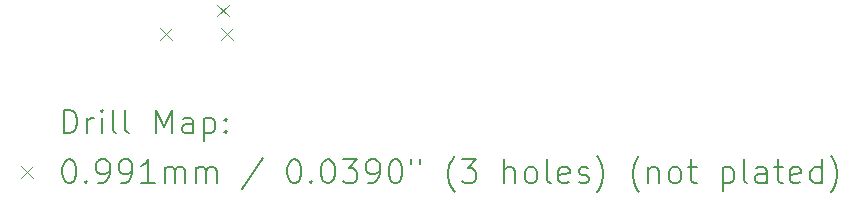
<source format=gbr>
%TF.GenerationSoftware,KiCad,Pcbnew,7.0.8*%
%TF.CreationDate,2023-11-08T16:13:45-05:00*%
%TF.ProjectId,lemon-pepper,6c656d6f-6e2d-4706-9570-7065722e6b69,rev?*%
%TF.SameCoordinates,PX8b85c60PY52f2218*%
%TF.FileFunction,Drillmap*%
%TF.FilePolarity,Positive*%
%FSLAX45Y45*%
G04 Gerber Fmt 4.5, Leading zero omitted, Abs format (unit mm)*
G04 Created by KiCad (PCBNEW 7.0.8) date 2023-11-08 16:13:45*
%MOMM*%
%LPD*%
G01*
G04 APERTURE LIST*
%ADD10C,0.200000*%
%ADD11C,0.099060*%
G04 APERTURE END LIST*
D10*
D11*
X-1021363Y-1518935D02*
X-922303Y-1617995D01*
X-922303Y-1518935D02*
X-1021363Y-1617995D01*
X-542083Y-1322271D02*
X-443023Y-1421331D01*
X-443023Y-1322271D02*
X-542083Y-1421331D01*
X-503310Y-1521738D02*
X-404250Y-1620798D01*
X-404250Y-1521738D02*
X-503310Y-1620798D01*
D10*
X-1840023Y-2412284D02*
X-1840023Y-2212284D01*
X-1840023Y-2212284D02*
X-1792404Y-2212284D01*
X-1792404Y-2212284D02*
X-1763833Y-2221808D01*
X-1763833Y-2221808D02*
X-1744785Y-2240855D01*
X-1744785Y-2240855D02*
X-1735261Y-2259903D01*
X-1735261Y-2259903D02*
X-1725737Y-2297998D01*
X-1725737Y-2297998D02*
X-1725737Y-2326570D01*
X-1725737Y-2326570D02*
X-1735261Y-2364665D01*
X-1735261Y-2364665D02*
X-1744785Y-2383712D01*
X-1744785Y-2383712D02*
X-1763833Y-2402760D01*
X-1763833Y-2402760D02*
X-1792404Y-2412284D01*
X-1792404Y-2412284D02*
X-1840023Y-2412284D01*
X-1640023Y-2412284D02*
X-1640023Y-2278950D01*
X-1640023Y-2317046D02*
X-1630499Y-2297998D01*
X-1630499Y-2297998D02*
X-1620976Y-2288474D01*
X-1620976Y-2288474D02*
X-1601928Y-2278950D01*
X-1601928Y-2278950D02*
X-1582880Y-2278950D01*
X-1516214Y-2412284D02*
X-1516214Y-2278950D01*
X-1516214Y-2212284D02*
X-1525737Y-2221808D01*
X-1525737Y-2221808D02*
X-1516214Y-2231331D01*
X-1516214Y-2231331D02*
X-1506690Y-2221808D01*
X-1506690Y-2221808D02*
X-1516214Y-2212284D01*
X-1516214Y-2212284D02*
X-1516214Y-2231331D01*
X-1392404Y-2412284D02*
X-1411452Y-2402760D01*
X-1411452Y-2402760D02*
X-1420976Y-2383712D01*
X-1420976Y-2383712D02*
X-1420976Y-2212284D01*
X-1287642Y-2412284D02*
X-1306690Y-2402760D01*
X-1306690Y-2402760D02*
X-1316214Y-2383712D01*
X-1316214Y-2383712D02*
X-1316214Y-2212284D01*
X-1059071Y-2412284D02*
X-1059071Y-2212284D01*
X-1059071Y-2212284D02*
X-992404Y-2355141D01*
X-992404Y-2355141D02*
X-925737Y-2212284D01*
X-925737Y-2212284D02*
X-925737Y-2412284D01*
X-744785Y-2412284D02*
X-744785Y-2307522D01*
X-744785Y-2307522D02*
X-754309Y-2288474D01*
X-754309Y-2288474D02*
X-773356Y-2278950D01*
X-773356Y-2278950D02*
X-811452Y-2278950D01*
X-811452Y-2278950D02*
X-830499Y-2288474D01*
X-744785Y-2402760D02*
X-763833Y-2412284D01*
X-763833Y-2412284D02*
X-811452Y-2412284D01*
X-811452Y-2412284D02*
X-830499Y-2402760D01*
X-830499Y-2402760D02*
X-840023Y-2383712D01*
X-840023Y-2383712D02*
X-840023Y-2364665D01*
X-840023Y-2364665D02*
X-830499Y-2345617D01*
X-830499Y-2345617D02*
X-811452Y-2336093D01*
X-811452Y-2336093D02*
X-763833Y-2336093D01*
X-763833Y-2336093D02*
X-744785Y-2326570D01*
X-649547Y-2278950D02*
X-649547Y-2478950D01*
X-649547Y-2288474D02*
X-630499Y-2278950D01*
X-630499Y-2278950D02*
X-592404Y-2278950D01*
X-592404Y-2278950D02*
X-573357Y-2288474D01*
X-573357Y-2288474D02*
X-563833Y-2297998D01*
X-563833Y-2297998D02*
X-554309Y-2317046D01*
X-554309Y-2317046D02*
X-554309Y-2374189D01*
X-554309Y-2374189D02*
X-563833Y-2393236D01*
X-563833Y-2393236D02*
X-573357Y-2402760D01*
X-573357Y-2402760D02*
X-592404Y-2412284D01*
X-592404Y-2412284D02*
X-630499Y-2412284D01*
X-630499Y-2412284D02*
X-649547Y-2402760D01*
X-468595Y-2393236D02*
X-459071Y-2402760D01*
X-459071Y-2402760D02*
X-468595Y-2412284D01*
X-468595Y-2412284D02*
X-478118Y-2402760D01*
X-478118Y-2402760D02*
X-468595Y-2393236D01*
X-468595Y-2393236D02*
X-468595Y-2412284D01*
X-468595Y-2288474D02*
X-459071Y-2297998D01*
X-459071Y-2297998D02*
X-468595Y-2307522D01*
X-468595Y-2307522D02*
X-478118Y-2297998D01*
X-478118Y-2297998D02*
X-468595Y-2288474D01*
X-468595Y-2288474D02*
X-468595Y-2307522D01*
D11*
X-2199860Y-2691270D02*
X-2100800Y-2790330D01*
X-2100800Y-2691270D02*
X-2199860Y-2790330D01*
D10*
X-1801928Y-2632284D02*
X-1782880Y-2632284D01*
X-1782880Y-2632284D02*
X-1763833Y-2641808D01*
X-1763833Y-2641808D02*
X-1754309Y-2651331D01*
X-1754309Y-2651331D02*
X-1744785Y-2670379D01*
X-1744785Y-2670379D02*
X-1735261Y-2708474D01*
X-1735261Y-2708474D02*
X-1735261Y-2756093D01*
X-1735261Y-2756093D02*
X-1744785Y-2794189D01*
X-1744785Y-2794189D02*
X-1754309Y-2813236D01*
X-1754309Y-2813236D02*
X-1763833Y-2822760D01*
X-1763833Y-2822760D02*
X-1782880Y-2832284D01*
X-1782880Y-2832284D02*
X-1801928Y-2832284D01*
X-1801928Y-2832284D02*
X-1820976Y-2822760D01*
X-1820976Y-2822760D02*
X-1830499Y-2813236D01*
X-1830499Y-2813236D02*
X-1840023Y-2794189D01*
X-1840023Y-2794189D02*
X-1849547Y-2756093D01*
X-1849547Y-2756093D02*
X-1849547Y-2708474D01*
X-1849547Y-2708474D02*
X-1840023Y-2670379D01*
X-1840023Y-2670379D02*
X-1830499Y-2651331D01*
X-1830499Y-2651331D02*
X-1820976Y-2641808D01*
X-1820976Y-2641808D02*
X-1801928Y-2632284D01*
X-1649547Y-2813236D02*
X-1640023Y-2822760D01*
X-1640023Y-2822760D02*
X-1649547Y-2832284D01*
X-1649547Y-2832284D02*
X-1659071Y-2822760D01*
X-1659071Y-2822760D02*
X-1649547Y-2813236D01*
X-1649547Y-2813236D02*
X-1649547Y-2832284D01*
X-1544785Y-2832284D02*
X-1506690Y-2832284D01*
X-1506690Y-2832284D02*
X-1487642Y-2822760D01*
X-1487642Y-2822760D02*
X-1478118Y-2813236D01*
X-1478118Y-2813236D02*
X-1459071Y-2784665D01*
X-1459071Y-2784665D02*
X-1449547Y-2746570D01*
X-1449547Y-2746570D02*
X-1449547Y-2670379D01*
X-1449547Y-2670379D02*
X-1459071Y-2651331D01*
X-1459071Y-2651331D02*
X-1468595Y-2641808D01*
X-1468595Y-2641808D02*
X-1487642Y-2632284D01*
X-1487642Y-2632284D02*
X-1525737Y-2632284D01*
X-1525737Y-2632284D02*
X-1544785Y-2641808D01*
X-1544785Y-2641808D02*
X-1554309Y-2651331D01*
X-1554309Y-2651331D02*
X-1563833Y-2670379D01*
X-1563833Y-2670379D02*
X-1563833Y-2717998D01*
X-1563833Y-2717998D02*
X-1554309Y-2737046D01*
X-1554309Y-2737046D02*
X-1544785Y-2746570D01*
X-1544785Y-2746570D02*
X-1525737Y-2756093D01*
X-1525737Y-2756093D02*
X-1487642Y-2756093D01*
X-1487642Y-2756093D02*
X-1468595Y-2746570D01*
X-1468595Y-2746570D02*
X-1459071Y-2737046D01*
X-1459071Y-2737046D02*
X-1449547Y-2717998D01*
X-1354309Y-2832284D02*
X-1316214Y-2832284D01*
X-1316214Y-2832284D02*
X-1297166Y-2822760D01*
X-1297166Y-2822760D02*
X-1287642Y-2813236D01*
X-1287642Y-2813236D02*
X-1268595Y-2784665D01*
X-1268595Y-2784665D02*
X-1259071Y-2746570D01*
X-1259071Y-2746570D02*
X-1259071Y-2670379D01*
X-1259071Y-2670379D02*
X-1268595Y-2651331D01*
X-1268595Y-2651331D02*
X-1278118Y-2641808D01*
X-1278118Y-2641808D02*
X-1297166Y-2632284D01*
X-1297166Y-2632284D02*
X-1335261Y-2632284D01*
X-1335261Y-2632284D02*
X-1354309Y-2641808D01*
X-1354309Y-2641808D02*
X-1363833Y-2651331D01*
X-1363833Y-2651331D02*
X-1373357Y-2670379D01*
X-1373357Y-2670379D02*
X-1373357Y-2717998D01*
X-1373357Y-2717998D02*
X-1363833Y-2737046D01*
X-1363833Y-2737046D02*
X-1354309Y-2746570D01*
X-1354309Y-2746570D02*
X-1335261Y-2756093D01*
X-1335261Y-2756093D02*
X-1297166Y-2756093D01*
X-1297166Y-2756093D02*
X-1278118Y-2746570D01*
X-1278118Y-2746570D02*
X-1268595Y-2737046D01*
X-1268595Y-2737046D02*
X-1259071Y-2717998D01*
X-1068595Y-2832284D02*
X-1182880Y-2832284D01*
X-1125738Y-2832284D02*
X-1125738Y-2632284D01*
X-1125738Y-2632284D02*
X-1144785Y-2660855D01*
X-1144785Y-2660855D02*
X-1163833Y-2679903D01*
X-1163833Y-2679903D02*
X-1182880Y-2689427D01*
X-982880Y-2832284D02*
X-982880Y-2698950D01*
X-982880Y-2717998D02*
X-973356Y-2708474D01*
X-973356Y-2708474D02*
X-954309Y-2698950D01*
X-954309Y-2698950D02*
X-925737Y-2698950D01*
X-925737Y-2698950D02*
X-906690Y-2708474D01*
X-906690Y-2708474D02*
X-897166Y-2727522D01*
X-897166Y-2727522D02*
X-897166Y-2832284D01*
X-897166Y-2727522D02*
X-887642Y-2708474D01*
X-887642Y-2708474D02*
X-868595Y-2698950D01*
X-868595Y-2698950D02*
X-840023Y-2698950D01*
X-840023Y-2698950D02*
X-820975Y-2708474D01*
X-820975Y-2708474D02*
X-811452Y-2727522D01*
X-811452Y-2727522D02*
X-811452Y-2832284D01*
X-716214Y-2832284D02*
X-716214Y-2698950D01*
X-716214Y-2717998D02*
X-706690Y-2708474D01*
X-706690Y-2708474D02*
X-687642Y-2698950D01*
X-687642Y-2698950D02*
X-659071Y-2698950D01*
X-659071Y-2698950D02*
X-640023Y-2708474D01*
X-640023Y-2708474D02*
X-630499Y-2727522D01*
X-630499Y-2727522D02*
X-630499Y-2832284D01*
X-630499Y-2727522D02*
X-620976Y-2708474D01*
X-620976Y-2708474D02*
X-601928Y-2698950D01*
X-601928Y-2698950D02*
X-573357Y-2698950D01*
X-573357Y-2698950D02*
X-554309Y-2708474D01*
X-554309Y-2708474D02*
X-544785Y-2727522D01*
X-544785Y-2727522D02*
X-544785Y-2832284D01*
X-154309Y-2622760D02*
X-325737Y-2879903D01*
X102834Y-2632284D02*
X121882Y-2632284D01*
X121882Y-2632284D02*
X140929Y-2641808D01*
X140929Y-2641808D02*
X150453Y-2651331D01*
X150453Y-2651331D02*
X159977Y-2670379D01*
X159977Y-2670379D02*
X169501Y-2708474D01*
X169501Y-2708474D02*
X169501Y-2756093D01*
X169501Y-2756093D02*
X159977Y-2794189D01*
X159977Y-2794189D02*
X150453Y-2813236D01*
X150453Y-2813236D02*
X140929Y-2822760D01*
X140929Y-2822760D02*
X121882Y-2832284D01*
X121882Y-2832284D02*
X102834Y-2832284D01*
X102834Y-2832284D02*
X83787Y-2822760D01*
X83787Y-2822760D02*
X74263Y-2813236D01*
X74263Y-2813236D02*
X64739Y-2794189D01*
X64739Y-2794189D02*
X55215Y-2756093D01*
X55215Y-2756093D02*
X55215Y-2708474D01*
X55215Y-2708474D02*
X64739Y-2670379D01*
X64739Y-2670379D02*
X74263Y-2651331D01*
X74263Y-2651331D02*
X83787Y-2641808D01*
X83787Y-2641808D02*
X102834Y-2632284D01*
X255215Y-2813236D02*
X264739Y-2822760D01*
X264739Y-2822760D02*
X255215Y-2832284D01*
X255215Y-2832284D02*
X245691Y-2822760D01*
X245691Y-2822760D02*
X255215Y-2813236D01*
X255215Y-2813236D02*
X255215Y-2832284D01*
X388548Y-2632284D02*
X407596Y-2632284D01*
X407596Y-2632284D02*
X426644Y-2641808D01*
X426644Y-2641808D02*
X436167Y-2651331D01*
X436167Y-2651331D02*
X445691Y-2670379D01*
X445691Y-2670379D02*
X455215Y-2708474D01*
X455215Y-2708474D02*
X455215Y-2756093D01*
X455215Y-2756093D02*
X445691Y-2794189D01*
X445691Y-2794189D02*
X436167Y-2813236D01*
X436167Y-2813236D02*
X426644Y-2822760D01*
X426644Y-2822760D02*
X407596Y-2832284D01*
X407596Y-2832284D02*
X388548Y-2832284D01*
X388548Y-2832284D02*
X369501Y-2822760D01*
X369501Y-2822760D02*
X359977Y-2813236D01*
X359977Y-2813236D02*
X350453Y-2794189D01*
X350453Y-2794189D02*
X340929Y-2756093D01*
X340929Y-2756093D02*
X340929Y-2708474D01*
X340929Y-2708474D02*
X350453Y-2670379D01*
X350453Y-2670379D02*
X359977Y-2651331D01*
X359977Y-2651331D02*
X369501Y-2641808D01*
X369501Y-2641808D02*
X388548Y-2632284D01*
X521882Y-2632284D02*
X645691Y-2632284D01*
X645691Y-2632284D02*
X579025Y-2708474D01*
X579025Y-2708474D02*
X607596Y-2708474D01*
X607596Y-2708474D02*
X626644Y-2717998D01*
X626644Y-2717998D02*
X636168Y-2727522D01*
X636168Y-2727522D02*
X645691Y-2746570D01*
X645691Y-2746570D02*
X645691Y-2794189D01*
X645691Y-2794189D02*
X636168Y-2813236D01*
X636168Y-2813236D02*
X626644Y-2822760D01*
X626644Y-2822760D02*
X607596Y-2832284D01*
X607596Y-2832284D02*
X550453Y-2832284D01*
X550453Y-2832284D02*
X531406Y-2822760D01*
X531406Y-2822760D02*
X521882Y-2813236D01*
X740929Y-2832284D02*
X779025Y-2832284D01*
X779025Y-2832284D02*
X798072Y-2822760D01*
X798072Y-2822760D02*
X807596Y-2813236D01*
X807596Y-2813236D02*
X826644Y-2784665D01*
X826644Y-2784665D02*
X836167Y-2746570D01*
X836167Y-2746570D02*
X836167Y-2670379D01*
X836167Y-2670379D02*
X826644Y-2651331D01*
X826644Y-2651331D02*
X817120Y-2641808D01*
X817120Y-2641808D02*
X798072Y-2632284D01*
X798072Y-2632284D02*
X759977Y-2632284D01*
X759977Y-2632284D02*
X740929Y-2641808D01*
X740929Y-2641808D02*
X731406Y-2651331D01*
X731406Y-2651331D02*
X721882Y-2670379D01*
X721882Y-2670379D02*
X721882Y-2717998D01*
X721882Y-2717998D02*
X731406Y-2737046D01*
X731406Y-2737046D02*
X740929Y-2746570D01*
X740929Y-2746570D02*
X759977Y-2756093D01*
X759977Y-2756093D02*
X798072Y-2756093D01*
X798072Y-2756093D02*
X817120Y-2746570D01*
X817120Y-2746570D02*
X826644Y-2737046D01*
X826644Y-2737046D02*
X836167Y-2717998D01*
X959977Y-2632284D02*
X979025Y-2632284D01*
X979025Y-2632284D02*
X998072Y-2641808D01*
X998072Y-2641808D02*
X1007596Y-2651331D01*
X1007596Y-2651331D02*
X1017120Y-2670379D01*
X1017120Y-2670379D02*
X1026644Y-2708474D01*
X1026644Y-2708474D02*
X1026644Y-2756093D01*
X1026644Y-2756093D02*
X1017120Y-2794189D01*
X1017120Y-2794189D02*
X1007596Y-2813236D01*
X1007596Y-2813236D02*
X998072Y-2822760D01*
X998072Y-2822760D02*
X979025Y-2832284D01*
X979025Y-2832284D02*
X959977Y-2832284D01*
X959977Y-2832284D02*
X940929Y-2822760D01*
X940929Y-2822760D02*
X931406Y-2813236D01*
X931406Y-2813236D02*
X921882Y-2794189D01*
X921882Y-2794189D02*
X912358Y-2756093D01*
X912358Y-2756093D02*
X912358Y-2708474D01*
X912358Y-2708474D02*
X921882Y-2670379D01*
X921882Y-2670379D02*
X931406Y-2651331D01*
X931406Y-2651331D02*
X940929Y-2641808D01*
X940929Y-2641808D02*
X959977Y-2632284D01*
X1102834Y-2632284D02*
X1102834Y-2670379D01*
X1179025Y-2632284D02*
X1179025Y-2670379D01*
X1474263Y-2908474D02*
X1464739Y-2898950D01*
X1464739Y-2898950D02*
X1445691Y-2870379D01*
X1445691Y-2870379D02*
X1436168Y-2851331D01*
X1436168Y-2851331D02*
X1426644Y-2822760D01*
X1426644Y-2822760D02*
X1417120Y-2775141D01*
X1417120Y-2775141D02*
X1417120Y-2737046D01*
X1417120Y-2737046D02*
X1426644Y-2689427D01*
X1426644Y-2689427D02*
X1436168Y-2660855D01*
X1436168Y-2660855D02*
X1445691Y-2641808D01*
X1445691Y-2641808D02*
X1464739Y-2613236D01*
X1464739Y-2613236D02*
X1474263Y-2603712D01*
X1531406Y-2632284D02*
X1655215Y-2632284D01*
X1655215Y-2632284D02*
X1588548Y-2708474D01*
X1588548Y-2708474D02*
X1617120Y-2708474D01*
X1617120Y-2708474D02*
X1636168Y-2717998D01*
X1636168Y-2717998D02*
X1645691Y-2727522D01*
X1645691Y-2727522D02*
X1655215Y-2746570D01*
X1655215Y-2746570D02*
X1655215Y-2794189D01*
X1655215Y-2794189D02*
X1645691Y-2813236D01*
X1645691Y-2813236D02*
X1636168Y-2822760D01*
X1636168Y-2822760D02*
X1617120Y-2832284D01*
X1617120Y-2832284D02*
X1559977Y-2832284D01*
X1559977Y-2832284D02*
X1540929Y-2822760D01*
X1540929Y-2822760D02*
X1531406Y-2813236D01*
X1893310Y-2832284D02*
X1893310Y-2632284D01*
X1979025Y-2832284D02*
X1979025Y-2727522D01*
X1979025Y-2727522D02*
X1969501Y-2708474D01*
X1969501Y-2708474D02*
X1950453Y-2698950D01*
X1950453Y-2698950D02*
X1921882Y-2698950D01*
X1921882Y-2698950D02*
X1902834Y-2708474D01*
X1902834Y-2708474D02*
X1893310Y-2717998D01*
X2102834Y-2832284D02*
X2083787Y-2822760D01*
X2083787Y-2822760D02*
X2074263Y-2813236D01*
X2074263Y-2813236D02*
X2064739Y-2794189D01*
X2064739Y-2794189D02*
X2064739Y-2737046D01*
X2064739Y-2737046D02*
X2074263Y-2717998D01*
X2074263Y-2717998D02*
X2083787Y-2708474D01*
X2083787Y-2708474D02*
X2102834Y-2698950D01*
X2102834Y-2698950D02*
X2131406Y-2698950D01*
X2131406Y-2698950D02*
X2150453Y-2708474D01*
X2150453Y-2708474D02*
X2159977Y-2717998D01*
X2159977Y-2717998D02*
X2169501Y-2737046D01*
X2169501Y-2737046D02*
X2169501Y-2794189D01*
X2169501Y-2794189D02*
X2159977Y-2813236D01*
X2159977Y-2813236D02*
X2150453Y-2822760D01*
X2150453Y-2822760D02*
X2131406Y-2832284D01*
X2131406Y-2832284D02*
X2102834Y-2832284D01*
X2283787Y-2832284D02*
X2264739Y-2822760D01*
X2264739Y-2822760D02*
X2255215Y-2803712D01*
X2255215Y-2803712D02*
X2255215Y-2632284D01*
X2436168Y-2822760D02*
X2417120Y-2832284D01*
X2417120Y-2832284D02*
X2379025Y-2832284D01*
X2379025Y-2832284D02*
X2359977Y-2822760D01*
X2359977Y-2822760D02*
X2350453Y-2803712D01*
X2350453Y-2803712D02*
X2350453Y-2727522D01*
X2350453Y-2727522D02*
X2359977Y-2708474D01*
X2359977Y-2708474D02*
X2379025Y-2698950D01*
X2379025Y-2698950D02*
X2417120Y-2698950D01*
X2417120Y-2698950D02*
X2436168Y-2708474D01*
X2436168Y-2708474D02*
X2445692Y-2727522D01*
X2445692Y-2727522D02*
X2445692Y-2746570D01*
X2445692Y-2746570D02*
X2350453Y-2765617D01*
X2521882Y-2822760D02*
X2540930Y-2832284D01*
X2540930Y-2832284D02*
X2579025Y-2832284D01*
X2579025Y-2832284D02*
X2598073Y-2822760D01*
X2598073Y-2822760D02*
X2607596Y-2803712D01*
X2607596Y-2803712D02*
X2607596Y-2794189D01*
X2607596Y-2794189D02*
X2598073Y-2775141D01*
X2598073Y-2775141D02*
X2579025Y-2765617D01*
X2579025Y-2765617D02*
X2550453Y-2765617D01*
X2550453Y-2765617D02*
X2531406Y-2756093D01*
X2531406Y-2756093D02*
X2521882Y-2737046D01*
X2521882Y-2737046D02*
X2521882Y-2727522D01*
X2521882Y-2727522D02*
X2531406Y-2708474D01*
X2531406Y-2708474D02*
X2550453Y-2698950D01*
X2550453Y-2698950D02*
X2579025Y-2698950D01*
X2579025Y-2698950D02*
X2598073Y-2708474D01*
X2674263Y-2908474D02*
X2683787Y-2898950D01*
X2683787Y-2898950D02*
X2702834Y-2870379D01*
X2702834Y-2870379D02*
X2712358Y-2851331D01*
X2712358Y-2851331D02*
X2721882Y-2822760D01*
X2721882Y-2822760D02*
X2731406Y-2775141D01*
X2731406Y-2775141D02*
X2731406Y-2737046D01*
X2731406Y-2737046D02*
X2721882Y-2689427D01*
X2721882Y-2689427D02*
X2712358Y-2660855D01*
X2712358Y-2660855D02*
X2702834Y-2641808D01*
X2702834Y-2641808D02*
X2683787Y-2613236D01*
X2683787Y-2613236D02*
X2674263Y-2603712D01*
X3036168Y-2908474D02*
X3026644Y-2898950D01*
X3026644Y-2898950D02*
X3007596Y-2870379D01*
X3007596Y-2870379D02*
X2998072Y-2851331D01*
X2998072Y-2851331D02*
X2988549Y-2822760D01*
X2988549Y-2822760D02*
X2979025Y-2775141D01*
X2979025Y-2775141D02*
X2979025Y-2737046D01*
X2979025Y-2737046D02*
X2988549Y-2689427D01*
X2988549Y-2689427D02*
X2998072Y-2660855D01*
X2998072Y-2660855D02*
X3007596Y-2641808D01*
X3007596Y-2641808D02*
X3026644Y-2613236D01*
X3026644Y-2613236D02*
X3036168Y-2603712D01*
X3112358Y-2698950D02*
X3112358Y-2832284D01*
X3112358Y-2717998D02*
X3121882Y-2708474D01*
X3121882Y-2708474D02*
X3140930Y-2698950D01*
X3140930Y-2698950D02*
X3169501Y-2698950D01*
X3169501Y-2698950D02*
X3188549Y-2708474D01*
X3188549Y-2708474D02*
X3198072Y-2727522D01*
X3198072Y-2727522D02*
X3198072Y-2832284D01*
X3321882Y-2832284D02*
X3302834Y-2822760D01*
X3302834Y-2822760D02*
X3293311Y-2813236D01*
X3293311Y-2813236D02*
X3283787Y-2794189D01*
X3283787Y-2794189D02*
X3283787Y-2737046D01*
X3283787Y-2737046D02*
X3293311Y-2717998D01*
X3293311Y-2717998D02*
X3302834Y-2708474D01*
X3302834Y-2708474D02*
X3321882Y-2698950D01*
X3321882Y-2698950D02*
X3350453Y-2698950D01*
X3350453Y-2698950D02*
X3369501Y-2708474D01*
X3369501Y-2708474D02*
X3379025Y-2717998D01*
X3379025Y-2717998D02*
X3388549Y-2737046D01*
X3388549Y-2737046D02*
X3388549Y-2794189D01*
X3388549Y-2794189D02*
X3379025Y-2813236D01*
X3379025Y-2813236D02*
X3369501Y-2822760D01*
X3369501Y-2822760D02*
X3350453Y-2832284D01*
X3350453Y-2832284D02*
X3321882Y-2832284D01*
X3445692Y-2698950D02*
X3521882Y-2698950D01*
X3474263Y-2632284D02*
X3474263Y-2803712D01*
X3474263Y-2803712D02*
X3483787Y-2822760D01*
X3483787Y-2822760D02*
X3502834Y-2832284D01*
X3502834Y-2832284D02*
X3521882Y-2832284D01*
X3740930Y-2698950D02*
X3740930Y-2898950D01*
X3740930Y-2708474D02*
X3759977Y-2698950D01*
X3759977Y-2698950D02*
X3798073Y-2698950D01*
X3798073Y-2698950D02*
X3817120Y-2708474D01*
X3817120Y-2708474D02*
X3826644Y-2717998D01*
X3826644Y-2717998D02*
X3836168Y-2737046D01*
X3836168Y-2737046D02*
X3836168Y-2794189D01*
X3836168Y-2794189D02*
X3826644Y-2813236D01*
X3826644Y-2813236D02*
X3817120Y-2822760D01*
X3817120Y-2822760D02*
X3798073Y-2832284D01*
X3798073Y-2832284D02*
X3759977Y-2832284D01*
X3759977Y-2832284D02*
X3740930Y-2822760D01*
X3950453Y-2832284D02*
X3931406Y-2822760D01*
X3931406Y-2822760D02*
X3921882Y-2803712D01*
X3921882Y-2803712D02*
X3921882Y-2632284D01*
X4112358Y-2832284D02*
X4112358Y-2727522D01*
X4112358Y-2727522D02*
X4102834Y-2708474D01*
X4102834Y-2708474D02*
X4083787Y-2698950D01*
X4083787Y-2698950D02*
X4045692Y-2698950D01*
X4045692Y-2698950D02*
X4026644Y-2708474D01*
X4112358Y-2822760D02*
X4093311Y-2832284D01*
X4093311Y-2832284D02*
X4045692Y-2832284D01*
X4045692Y-2832284D02*
X4026644Y-2822760D01*
X4026644Y-2822760D02*
X4017120Y-2803712D01*
X4017120Y-2803712D02*
X4017120Y-2784665D01*
X4017120Y-2784665D02*
X4026644Y-2765617D01*
X4026644Y-2765617D02*
X4045692Y-2756093D01*
X4045692Y-2756093D02*
X4093311Y-2756093D01*
X4093311Y-2756093D02*
X4112358Y-2746570D01*
X4179025Y-2698950D02*
X4255215Y-2698950D01*
X4207596Y-2632284D02*
X4207596Y-2803712D01*
X4207596Y-2803712D02*
X4217120Y-2822760D01*
X4217120Y-2822760D02*
X4236168Y-2832284D01*
X4236168Y-2832284D02*
X4255215Y-2832284D01*
X4398073Y-2822760D02*
X4379025Y-2832284D01*
X4379025Y-2832284D02*
X4340930Y-2832284D01*
X4340930Y-2832284D02*
X4321882Y-2822760D01*
X4321882Y-2822760D02*
X4312358Y-2803712D01*
X4312358Y-2803712D02*
X4312358Y-2727522D01*
X4312358Y-2727522D02*
X4321882Y-2708474D01*
X4321882Y-2708474D02*
X4340930Y-2698950D01*
X4340930Y-2698950D02*
X4379025Y-2698950D01*
X4379025Y-2698950D02*
X4398073Y-2708474D01*
X4398073Y-2708474D02*
X4407596Y-2727522D01*
X4407596Y-2727522D02*
X4407596Y-2746570D01*
X4407596Y-2746570D02*
X4312358Y-2765617D01*
X4579025Y-2832284D02*
X4579025Y-2632284D01*
X4579025Y-2822760D02*
X4559977Y-2832284D01*
X4559977Y-2832284D02*
X4521882Y-2832284D01*
X4521882Y-2832284D02*
X4502835Y-2822760D01*
X4502835Y-2822760D02*
X4493311Y-2813236D01*
X4493311Y-2813236D02*
X4483787Y-2794189D01*
X4483787Y-2794189D02*
X4483787Y-2737046D01*
X4483787Y-2737046D02*
X4493311Y-2717998D01*
X4493311Y-2717998D02*
X4502835Y-2708474D01*
X4502835Y-2708474D02*
X4521882Y-2698950D01*
X4521882Y-2698950D02*
X4559977Y-2698950D01*
X4559977Y-2698950D02*
X4579025Y-2708474D01*
X4655216Y-2908474D02*
X4664739Y-2898950D01*
X4664739Y-2898950D02*
X4683787Y-2870379D01*
X4683787Y-2870379D02*
X4693311Y-2851331D01*
X4693311Y-2851331D02*
X4702835Y-2822760D01*
X4702835Y-2822760D02*
X4712358Y-2775141D01*
X4712358Y-2775141D02*
X4712358Y-2737046D01*
X4712358Y-2737046D02*
X4702835Y-2689427D01*
X4702835Y-2689427D02*
X4693311Y-2660855D01*
X4693311Y-2660855D02*
X4683787Y-2641808D01*
X4683787Y-2641808D02*
X4664739Y-2613236D01*
X4664739Y-2613236D02*
X4655216Y-2603712D01*
M02*

</source>
